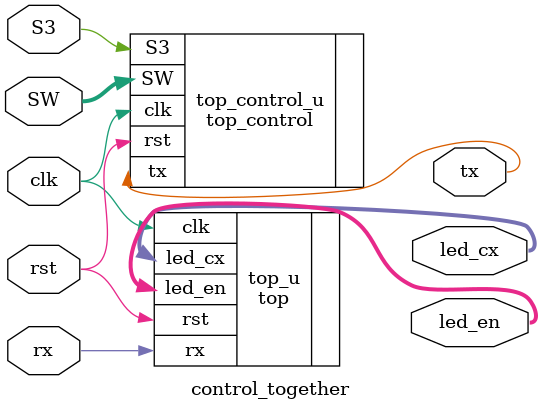
<source format=v>
`timescale 1ns / 1ps


module control_together(
    input wire clk,
    input wire rst,
    input wire rx,
    input wire S3,
    input wire [7:0] SW,
    output wire tx,
    output wire [7:0] led_en,
    output wire [7:0] led_cx
  );

  top_control top_control_u(
    .clk(clk),
    .rst(rst),
    .S3(S3),
    .SW(SW),
    .tx(tx)
  );

  top top_u(
    .clk(clk),
    .rst(rst),
    .rx(rx),
    .led_en(led_en),
    .led_cx(led_cx)
  );
endmodule

</source>
